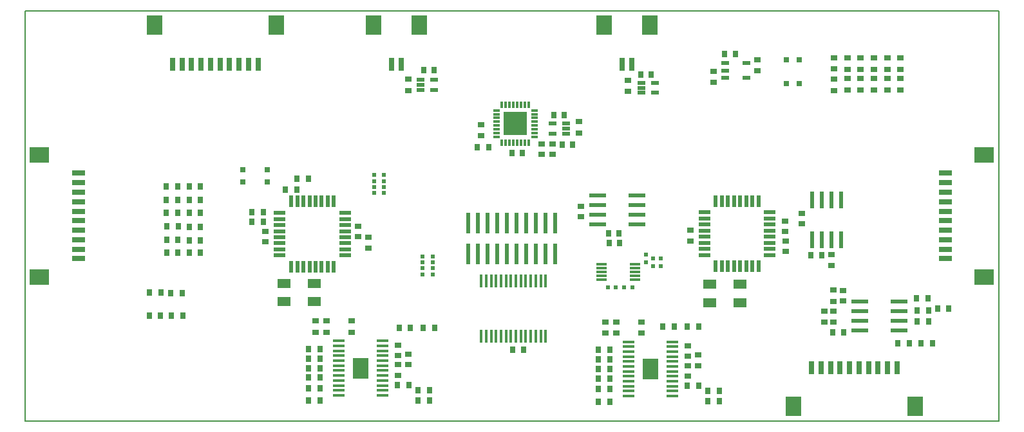
<source format=gtp>
G04*
G04 #@! TF.GenerationSoftware,Altium Limited,Altium Designer,18.1.9 (240)*
G04*
G04 Layer_Color=8421504*
%FSLAX44Y44*%
%MOMM*%
G71*
G01*
G75*
%ADD13C,0.2000*%
%ADD17R,3.1496X3.1496*%
%ADD18R,0.3048X0.8128*%
%ADD19R,0.8128X0.3048*%
%ADD20R,2.2000X0.6000*%
%ADD21R,0.6000X2.2000*%
%ADD22R,1.8000X1.2000*%
%ADD23R,1.8000X0.7000*%
%ADD24R,2.6000X2.0000*%
%ADD25R,0.7000X1.8000*%
%ADD26R,2.0000X2.6000*%
%ADD27R,0.7500X0.7000*%
%ADD28R,0.7000X0.7500*%
%ADD29R,0.7000X0.9000*%
%ADD30R,0.9000X0.7000*%
%ADD31R,0.8000X0.9000*%
%ADD32R,1.0000X0.4700*%
%ADD33R,1.1000X0.6000*%
%ADD34R,0.9000X0.8000*%
%ADD35R,0.5500X0.6000*%
%ADD36R,0.5000X0.6000*%
%ADD37R,1.5000X0.5500*%
%ADD38R,0.5500X1.5000*%
%ADD39R,0.5080X2.7940*%
%ADD40R,0.4318X1.6510*%
%ADD41R,0.6000X0.6000*%
%ADD42R,1.4500X0.3000*%
%ADD43R,1.5700X0.4100*%
%ADD44R,2.0250X2.6800*%
G36*
X433355Y68461D02*
X440172D01*
Y58438D01*
X433355D01*
Y68461D01*
D02*
G37*
G36*
X442375D02*
X449171D01*
Y58427D01*
X442375D01*
Y68461D01*
D02*
G37*
G36*
X440172Y70663D02*
X433361D01*
Y80661D01*
X440172D01*
Y70663D01*
D02*
G37*
G36*
X442376Y80661D02*
X449171D01*
Y70665D01*
X442376D01*
Y80661D01*
D02*
G37*
G36*
X814355Y67403D02*
X821171D01*
Y57379D01*
X814355D01*
Y67403D01*
D02*
G37*
G36*
X823375D02*
X830172D01*
Y57368D01*
X823375D01*
Y67403D01*
D02*
G37*
G36*
X821171Y69604D02*
X814361D01*
Y79603D01*
X821171D01*
Y69604D01*
D02*
G37*
G36*
X823376Y79603D02*
X830172D01*
Y69607D01*
X823376D01*
Y79603D01*
D02*
G37*
D13*
X0Y0D02*
X1280000D01*
Y540000D01*
X0D02*
X1280000D01*
X0Y0D02*
Y540000D01*
D17*
X644392Y391655D02*
D03*
D18*
X661918Y366763D02*
D03*
X656838D02*
D03*
X652012D02*
D03*
X646932D02*
D03*
X641852D02*
D03*
X636772D02*
D03*
X631946D02*
D03*
X626866D02*
D03*
Y416547D02*
D03*
X631946D02*
D03*
X636772D02*
D03*
X641852D02*
D03*
X646932D02*
D03*
X652012D02*
D03*
X656838D02*
D03*
X661918D02*
D03*
D19*
X619500Y374129D02*
D03*
Y379209D02*
D03*
Y384035D02*
D03*
Y389115D02*
D03*
Y394195D02*
D03*
Y399275D02*
D03*
Y404101D02*
D03*
Y409181D02*
D03*
X669284D02*
D03*
Y404101D02*
D03*
Y399275D02*
D03*
Y394195D02*
D03*
Y389115D02*
D03*
Y384035D02*
D03*
Y379209D02*
D03*
Y374129D02*
D03*
D20*
X1097272Y144213D02*
D03*
X1149272D02*
D03*
X1097272Y156913D02*
D03*
Y131513D02*
D03*
Y118813D02*
D03*
X1149272Y156913D02*
D03*
Y131513D02*
D03*
Y118813D02*
D03*
X752413Y284424D02*
D03*
X804414D02*
D03*
X752413Y297125D02*
D03*
Y271724D02*
D03*
Y259025D02*
D03*
X804414Y297125D02*
D03*
Y271724D02*
D03*
Y259025D02*
D03*
D21*
X1047594Y239000D02*
D03*
Y291000D02*
D03*
X1034894Y239000D02*
D03*
X1060294D02*
D03*
X1072994D02*
D03*
X1034894Y291000D02*
D03*
X1060294D02*
D03*
X1072994D02*
D03*
D22*
X900000Y180000D02*
D03*
X940000D02*
D03*
Y156000D02*
D03*
X900000D02*
D03*
X340525Y181000D02*
D03*
X380525D02*
D03*
Y157000D02*
D03*
X340525D02*
D03*
D23*
X70000Y251250D02*
D03*
Y263750D02*
D03*
Y276250D02*
D03*
Y213750D02*
D03*
Y226250D02*
D03*
Y238750D02*
D03*
Y288750D02*
D03*
Y301250D02*
D03*
Y313750D02*
D03*
Y326250D02*
D03*
X1210000Y288750D02*
D03*
Y276250D02*
D03*
Y263750D02*
D03*
Y326250D02*
D03*
Y313750D02*
D03*
Y301250D02*
D03*
Y251250D02*
D03*
Y238750D02*
D03*
Y226250D02*
D03*
Y213750D02*
D03*
D24*
X19000Y189750D02*
D03*
Y350250D02*
D03*
X1261000D02*
D03*
Y189750D02*
D03*
D25*
X231250Y470000D02*
D03*
X243750D02*
D03*
X256250D02*
D03*
X193750D02*
D03*
X206250D02*
D03*
X218750D02*
D03*
X268750D02*
D03*
X281250D02*
D03*
X293750D02*
D03*
X306250D02*
D03*
X1108750Y70000D02*
D03*
X1096250D02*
D03*
X1083750D02*
D03*
X1146250D02*
D03*
X1133750D02*
D03*
X1121250D02*
D03*
X1071250D02*
D03*
X1058750D02*
D03*
X1046250D02*
D03*
X1033750D02*
D03*
X482000Y470000D02*
D03*
X494500D02*
D03*
X785000D02*
D03*
X797500D02*
D03*
D26*
X169750Y521000D02*
D03*
X330250D02*
D03*
X1170250Y19000D02*
D03*
X1009750D02*
D03*
X458000Y521000D02*
D03*
X518500D02*
D03*
X761000D02*
D03*
X821500D02*
D03*
D27*
X1017250Y476000D02*
D03*
Y444000D02*
D03*
X1000750D02*
D03*
Y476000D02*
D03*
D28*
X318000Y314750D02*
D03*
X286000D02*
D03*
Y331250D02*
D03*
X318000D02*
D03*
D29*
X768500Y25514D02*
D03*
X753500D02*
D03*
X934062Y483493D02*
D03*
X919062D02*
D03*
X1172082Y161194D02*
D03*
X1187082D02*
D03*
X1187772Y145438D02*
D03*
X1172772D02*
D03*
X1187772Y130770D02*
D03*
X1172772D02*
D03*
X1192500Y102000D02*
D03*
X1177500D02*
D03*
X1147500Y102000D02*
D03*
X1162500D02*
D03*
X1061500Y116559D02*
D03*
X1076500D02*
D03*
X897500Y25940D02*
D03*
X912500D02*
D03*
X885500Y124000D02*
D03*
X870500D02*
D03*
X838500Y124147D02*
D03*
X853500D02*
D03*
X753500Y42000D02*
D03*
X768500D02*
D03*
Y68502D02*
D03*
X753500D02*
D03*
X768500Y94000D02*
D03*
X753500D02*
D03*
X594500Y360186D02*
D03*
X609500D02*
D03*
X516500Y27000D02*
D03*
X531500D02*
D03*
X538500Y123000D02*
D03*
X523500D02*
D03*
X491500Y123000D02*
D03*
X506500D02*
D03*
X372500Y95059D02*
D03*
X387500D02*
D03*
X372500Y69562D02*
D03*
X387500D02*
D03*
Y43059D02*
D03*
X372500D02*
D03*
Y26574D02*
D03*
X387500D02*
D03*
X312959Y262000D02*
D03*
X297959D02*
D03*
X312959Y274648D02*
D03*
X297958D02*
D03*
X342200Y305000D02*
D03*
X357200D02*
D03*
X372275Y319000D02*
D03*
X357275D02*
D03*
X163000Y139000D02*
D03*
X178000D02*
D03*
X207500D02*
D03*
X192500D02*
D03*
X206500Y168540D02*
D03*
X191500D02*
D03*
X163500Y169500D02*
D03*
X178500D02*
D03*
X185942Y221250D02*
D03*
X200942D02*
D03*
X185942Y238750D02*
D03*
X200942D02*
D03*
X186442Y256250D02*
D03*
X201442D02*
D03*
X185542Y291250D02*
D03*
X200542D02*
D03*
X185542Y273750D02*
D03*
X200543D02*
D03*
X185542Y308750D02*
D03*
X200543D02*
D03*
X215500Y274000D02*
D03*
X230500D02*
D03*
X230500Y308750D02*
D03*
X215500D02*
D03*
X215500Y221250D02*
D03*
X230500D02*
D03*
X215500Y238000D02*
D03*
X230500D02*
D03*
X215500Y255749D02*
D03*
X230500D02*
D03*
X215500Y291250D02*
D03*
X230500D02*
D03*
X897500Y39252D02*
D03*
X912500D02*
D03*
X768500Y81001D02*
D03*
X753500D02*
D03*
X768500Y56000D02*
D03*
X753500D02*
D03*
X372500Y57059D02*
D03*
X387500D02*
D03*
X372500Y82059D02*
D03*
X387500D02*
D03*
X489501Y47245D02*
D03*
X504500D02*
D03*
X531500Y40311D02*
D03*
X516500D02*
D03*
X885500Y46186D02*
D03*
X870501D02*
D03*
D30*
X792558Y433780D02*
D03*
Y448780D02*
D03*
X1150972Y478297D02*
D03*
Y463297D02*
D03*
Y450797D02*
D03*
Y435798D02*
D03*
X1133473Y450797D02*
D03*
Y435798D02*
D03*
Y478297D02*
D03*
Y463297D02*
D03*
X1115972Y450797D02*
D03*
Y435798D02*
D03*
Y478297D02*
D03*
Y463297D02*
D03*
X1098472Y478297D02*
D03*
Y463297D02*
D03*
Y450797D02*
D03*
Y435798D02*
D03*
X1080972Y450797D02*
D03*
Y435798D02*
D03*
Y478297D02*
D03*
Y463297D02*
D03*
X1063000Y478500D02*
D03*
Y463500D02*
D03*
Y450292D02*
D03*
Y435292D02*
D03*
X904810Y445743D02*
D03*
Y460743D02*
D03*
X1062772Y157313D02*
D03*
Y172313D02*
D03*
X810000Y115500D02*
D03*
Y130500D02*
D03*
X762944Y115501D02*
D03*
Y130501D02*
D03*
X728000Y394500D02*
D03*
Y379500D02*
D03*
X504000Y450107D02*
D03*
Y435108D02*
D03*
X429000Y131559D02*
D03*
Y116559D02*
D03*
X381944Y131559D02*
D03*
Y116559D02*
D03*
X777000Y115500D02*
D03*
Y130500D02*
D03*
X396000Y131559D02*
D03*
Y116559D02*
D03*
X1060294Y204500D02*
D03*
Y219500D02*
D03*
D31*
X823000Y456000D02*
D03*
X809000D02*
D03*
X781689Y234000D02*
D03*
X767689D02*
D03*
X781000Y247210D02*
D03*
X767000D02*
D03*
X1200000Y148000D02*
D03*
X1214000D02*
D03*
X709000Y403000D02*
D03*
X695000D02*
D03*
X706050Y364001D02*
D03*
X720050D02*
D03*
X640000Y353000D02*
D03*
X654000D02*
D03*
X641000Y94000D02*
D03*
X655000D02*
D03*
X538000Y462000D02*
D03*
X524000D02*
D03*
X1033000Y218500D02*
D03*
X1047000D02*
D03*
D32*
X810000Y445280D02*
D03*
Y432280D02*
D03*
X828000Y445280D02*
D03*
Y432280D02*
D03*
X810000Y438780D02*
D03*
X711000Y385000D02*
D03*
X693000Y391500D02*
D03*
Y378500D02*
D03*
X711000Y391500D02*
D03*
Y378500D02*
D03*
X520000Y449000D02*
D03*
Y436000D02*
D03*
X538000Y449000D02*
D03*
Y436000D02*
D03*
X520000Y442500D02*
D03*
D33*
X920482Y471063D02*
D03*
Y461562D02*
D03*
Y452063D02*
D03*
X948482D02*
D03*
Y471063D02*
D03*
D34*
X962562Y475493D02*
D03*
Y461493D02*
D03*
X731000Y283000D02*
D03*
Y269000D02*
D03*
X874338Y251000D02*
D03*
Y237000D02*
D03*
X999000Y249190D02*
D03*
Y263190D02*
D03*
X1000000Y223000D02*
D03*
Y237000D02*
D03*
X1075272Y171743D02*
D03*
Y157743D02*
D03*
X1062772Y130313D02*
D03*
Y144313D02*
D03*
X1050272Y130313D02*
D03*
Y144313D02*
D03*
X885000Y73000D02*
D03*
Y87000D02*
D03*
X871000Y85000D02*
D03*
Y99000D02*
D03*
X693000Y365000D02*
D03*
Y351000D02*
D03*
X679000Y351000D02*
D03*
Y365000D02*
D03*
X599251Y390000D02*
D03*
Y376000D02*
D03*
X451000Y228000D02*
D03*
Y242000D02*
D03*
X490000Y100059D02*
D03*
Y86059D02*
D03*
X504000Y88059D02*
D03*
Y74059D02*
D03*
X438000Y242648D02*
D03*
Y256648D02*
D03*
X316000Y249648D02*
D03*
Y235648D02*
D03*
X870972Y73003D02*
D03*
Y59003D02*
D03*
X489972Y60061D02*
D03*
Y74062D02*
D03*
X1021000Y259648D02*
D03*
Y273648D02*
D03*
D35*
X798000Y176000D02*
D03*
X787500D02*
D03*
X776625D02*
D03*
X766125D02*
D03*
D36*
X816000Y208820D02*
D03*
Y218820D02*
D03*
X825500Y213820D02*
D03*
Y203820D02*
D03*
X835250Y213820D02*
D03*
Y203820D02*
D03*
D37*
X892926Y274648D02*
D03*
Y266648D02*
D03*
Y258648D02*
D03*
Y250648D02*
D03*
Y242648D02*
D03*
Y234648D02*
D03*
Y226648D02*
D03*
Y218648D02*
D03*
X978926D02*
D03*
Y226648D02*
D03*
Y234648D02*
D03*
Y242648D02*
D03*
Y250648D02*
D03*
Y258648D02*
D03*
Y266648D02*
D03*
Y274648D02*
D03*
X334791Y274000D02*
D03*
Y266000D02*
D03*
Y258000D02*
D03*
Y250000D02*
D03*
Y242000D02*
D03*
Y234000D02*
D03*
Y226000D02*
D03*
Y218000D02*
D03*
X420791D02*
D03*
Y226000D02*
D03*
Y234000D02*
D03*
Y242000D02*
D03*
Y250000D02*
D03*
Y258000D02*
D03*
Y266000D02*
D03*
Y274000D02*
D03*
D38*
X907925Y203648D02*
D03*
X915926D02*
D03*
X923925D02*
D03*
X931926D02*
D03*
X939926D02*
D03*
X947925D02*
D03*
X955925D02*
D03*
X963925D02*
D03*
Y289648D02*
D03*
X955925D02*
D03*
X947925D02*
D03*
X939926D02*
D03*
X931926D02*
D03*
X923925D02*
D03*
X915926D02*
D03*
X907925D02*
D03*
X349791Y203000D02*
D03*
X357790D02*
D03*
X365791D02*
D03*
X373791D02*
D03*
X381791D02*
D03*
X389791D02*
D03*
X397791D02*
D03*
X405791D02*
D03*
Y289000D02*
D03*
X397791D02*
D03*
X389791D02*
D03*
X381791D02*
D03*
X373791D02*
D03*
X365791D02*
D03*
X357790D02*
D03*
X349791D02*
D03*
D39*
X697150Y219680D02*
D03*
Y260320D02*
D03*
X684450Y219680D02*
D03*
Y260320D02*
D03*
X671750Y219680D02*
D03*
Y260320D02*
D03*
X659050Y219680D02*
D03*
Y260320D02*
D03*
X646350Y219680D02*
D03*
Y260320D02*
D03*
X633650Y219680D02*
D03*
Y260320D02*
D03*
X620950Y219680D02*
D03*
Y260320D02*
D03*
X608250Y219680D02*
D03*
Y260320D02*
D03*
X595550Y219680D02*
D03*
Y260320D02*
D03*
X582850Y219680D02*
D03*
Y260320D02*
D03*
D40*
X599766Y184184D02*
D03*
X606116D02*
D03*
X612720D02*
D03*
X619070D02*
D03*
X625674D02*
D03*
X632278D02*
D03*
X638628D02*
D03*
X645232D02*
D03*
X651582D02*
D03*
X658186D02*
D03*
X664790D02*
D03*
X671140D02*
D03*
X677744D02*
D03*
X684094D02*
D03*
Y111540D02*
D03*
X677744D02*
D03*
X671140D02*
D03*
X664790D02*
D03*
X658186D02*
D03*
X651582D02*
D03*
X645232D02*
D03*
X638628D02*
D03*
X632278D02*
D03*
X625674D02*
D03*
X619070D02*
D03*
X612720D02*
D03*
X606116D02*
D03*
X599766D02*
D03*
D41*
X522500Y217000D02*
D03*
Y209000D02*
D03*
Y201000D02*
D03*
Y193000D02*
D03*
X535500D02*
D03*
Y201000D02*
D03*
Y209000D02*
D03*
Y217000D02*
D03*
X471500Y300000D02*
D03*
Y308000D02*
D03*
Y316000D02*
D03*
Y324000D02*
D03*
X458500D02*
D03*
Y316000D02*
D03*
Y308000D02*
D03*
Y300000D02*
D03*
D42*
X757500Y206320D02*
D03*
Y201320D02*
D03*
Y196320D02*
D03*
Y191320D02*
D03*
Y186320D02*
D03*
X801500Y206320D02*
D03*
Y201320D02*
D03*
Y196320D02*
D03*
Y191320D02*
D03*
Y186320D02*
D03*
D43*
X793572Y104252D02*
D03*
Y97752D02*
D03*
Y91252D02*
D03*
Y84753D02*
D03*
Y78252D02*
D03*
Y71753D02*
D03*
Y65253D02*
D03*
Y58753D02*
D03*
Y52252D02*
D03*
Y45753D02*
D03*
Y39253D02*
D03*
Y32752D02*
D03*
X850972D02*
D03*
Y39253D02*
D03*
Y45753D02*
D03*
Y52252D02*
D03*
Y58753D02*
D03*
Y65253D02*
D03*
Y71753D02*
D03*
Y78252D02*
D03*
Y84753D02*
D03*
Y91252D02*
D03*
Y97752D02*
D03*
Y104252D02*
D03*
X469972Y105311D02*
D03*
Y98812D02*
D03*
Y92312D02*
D03*
Y85811D02*
D03*
Y79311D02*
D03*
Y72812D02*
D03*
Y66311D02*
D03*
Y59811D02*
D03*
Y53312D02*
D03*
Y46812D02*
D03*
Y40311D02*
D03*
Y33812D02*
D03*
X412572D02*
D03*
Y40311D02*
D03*
Y46812D02*
D03*
Y53312D02*
D03*
Y59811D02*
D03*
Y66311D02*
D03*
Y72812D02*
D03*
Y79311D02*
D03*
Y85811D02*
D03*
Y92312D02*
D03*
Y98812D02*
D03*
Y105311D02*
D03*
D44*
X822272Y68502D02*
D03*
X441272Y69562D02*
D03*
M02*

</source>
